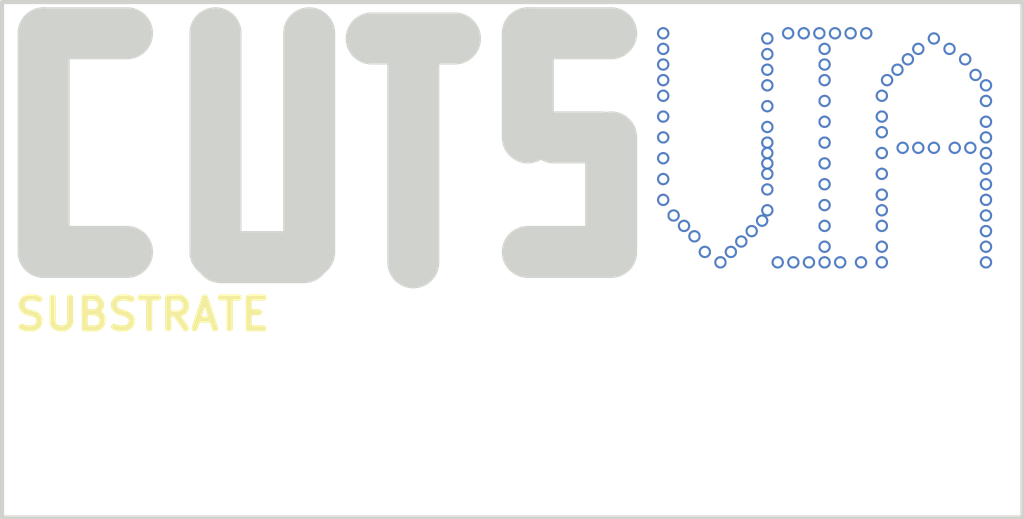
<source format=kicad_pcb>
(kicad_pcb (version 4) (host pcbnew 4.0.7)

  (general
    (links 0)
    (no_connects 0)
    (area 80.925999 42.063999 130.910001 67.410001)
    (thickness 1.6)
    (drawings 32)
    (tracks 89)
    (zones 0)
    (modules 0)
    (nets 1)
  )

  (page A4)
  (layers
    (0 F.Cu signal)
    (31 B.Cu signal)
    (32 B.Adhes user)
    (33 F.Adhes user)
    (34 B.Paste user)
    (35 F.Paste user)
    (36 B.SilkS user)
    (37 F.SilkS user)
    (38 B.Mask user)
    (39 F.Mask user)
    (40 Dwgs.User user)
    (41 Cmts.User user)
    (42 Eco1.User user)
    (43 Eco2.User user)
    (44 Edge.Cuts user)
    (45 Margin user)
    (46 B.CrtYd user)
    (47 F.CrtYd user)
    (48 B.Fab user)
    (49 F.Fab user)
  )

  (setup
    (last_trace_width 0.25)
    (trace_clearance 0.2)
    (zone_clearance 0.508)
    (zone_45_only no)
    (trace_min 0.2)
    (segment_width 0.2)
    (edge_width 0.2)
    (via_size 0.6)
    (via_drill 0.4)
    (via_min_size 0.4)
    (via_min_drill 0.3)
    (uvia_size 0.3)
    (uvia_drill 0.1)
    (uvias_allowed no)
    (uvia_min_size 0.2)
    (uvia_min_drill 0.1)
    (pcb_text_width 0.3)
    (pcb_text_size 1.5 1.5)
    (mod_edge_width 0.15)
    (mod_text_size 1 1)
    (mod_text_width 0.15)
    (pad_size 1.524 1.524)
    (pad_drill 0.762)
    (pad_to_mask_clearance 0.2)
    (aux_axis_origin 0 0)
    (visible_elements FFFFFF7F)
    (pcbplotparams
      (layerselection 0x00030_80000001)
      (usegerberextensions false)
      (excludeedgelayer true)
      (linewidth 0.100000)
      (plotframeref false)
      (viasonmask false)
      (mode 1)
      (useauxorigin false)
      (hpglpennumber 1)
      (hpglpenspeed 20)
      (hpglpendiameter 15)
      (hpglpenoverlay 2)
      (psnegative false)
      (psa4output false)
      (plotreference true)
      (plotvalue true)
      (plotinvisibletext false)
      (padsonsilk false)
      (subtractmaskfromsilk false)
      (outputformat 1)
      (mirror false)
      (drillshape 1)
      (scaleselection 1)
      (outputdirectory ""))
  )

  (net 0 "")

  (net_class Default "This is the default net class."
    (clearance 0.2)
    (trace_width 0.25)
    (via_dia 0.6)
    (via_drill 0.4)
    (uvia_dia 0.3)
    (uvia_drill 0.1)
  )

  (gr_line (start 81.026 42.164) (end 81.026 67.31) (angle 90) (layer Edge.Cuts) (width 0.2))
  (gr_line (start 123.952 49.276) (end 128.778 49.276) (angle 90) (layer Dwgs.User) (width 0.2))
  (gr_line (start 129.032 46.228) (end 129.032 54.864) (angle 90) (layer Dwgs.User) (width 0.2))
  (gr_line (start 126.492 43.688) (end 129.032 46.228) (angle 90) (layer Dwgs.User) (width 0.2))
  (gr_line (start 123.952 46.228) (end 123.952 54.864) (angle 90) (layer Dwgs.User) (width 0.2))
  (gr_line (start 126.492 43.688) (end 123.952 46.228) (angle 90) (layer Dwgs.User) (width 0.2))
  (gr_line (start 118.872 54.864) (end 122.936 54.864) (angle 90) (layer Dwgs.User) (width 0.2))
  (gr_line (start 121.158 54.864) (end 118.872 54.864) (angle 90) (layer Dwgs.User) (width 0.2))
  (gr_line (start 121.158 43.688) (end 121.158 54.864) (angle 90) (layer Dwgs.User) (width 0.2))
  (gr_line (start 123.19 43.688) (end 121.158 43.688) (angle 90) (layer Dwgs.User) (width 0.2))
  (gr_line (start 119.38 43.688) (end 123.19 43.688) (angle 90) (layer Dwgs.User) (width 0.2))
  (gr_line (start 118.364 52.578) (end 118.364 43.688) (angle 90) (layer Dwgs.User) (width 0.2))
  (gr_line (start 116.078 54.864) (end 118.364 52.578) (angle 90) (layer Dwgs.User) (width 0.2))
  (gr_line (start 113.284 52.07) (end 116.078 54.864) (angle 90) (layer Dwgs.User) (width 0.2))
  (gr_line (start 113.284 43.688) (end 113.284 52.07) (angle 90) (layer Dwgs.User) (width 0.2))
  (gr_line (start 91.694 54.61) (end 95.758 54.61) (angle 90) (layer Edge.Cuts) (width 2.54) (tstamp 5A299DA5))
  (gr_line (start 96.012 43.688) (end 96.012 54.356) (angle 90) (layer Edge.Cuts) (width 2.54) (tstamp 5A299DA0))
  (gr_line (start 110.744 48.768) (end 110.744 54.102) (angle 90) (layer Edge.Cuts) (width 2.54))
  (gr_line (start 106.68 48.768) (end 106.68 43.688) (angle 90) (layer Edge.Cuts) (width 2.54))
  (gr_line (start 83.058 43.688) (end 87.122 43.688) (angle 90) (layer Edge.Cuts) (width 2.54) (tstamp 5A299D32))
  (gr_line (start 130.81 42.164) (end 81.026 42.164) (angle 90) (layer Edge.Cuts) (width 0.2))
  (gr_line (start 130.81 67.31) (end 130.81 42.164) (angle 90) (layer Edge.Cuts) (width 0.2))
  (gr_line (start 81.026 67.31) (end 130.81 67.31) (angle 90) (layer Edge.Cuts) (width 0.2))
  (gr_text SUBSTRATE (at 87.884 57.404) (layer F.SilkS)
    (effects (font (size 1.5 1.5) (thickness 0.3)))
  )
  (gr_line (start 107.95 48.768) (end 110.236 48.768) (angle 90) (layer Edge.Cuts) (width 2.54))
  (gr_line (start 106.68 43.688) (end 110.744 43.688) (angle 90) (layer Edge.Cuts) (width 2.54) (tstamp 5A299C2C))
  (gr_line (start 106.68 54.356) (end 110.744 54.356) (angle 90) (layer Edge.Cuts) (width 2.54) (tstamp 5A299C28))
  (gr_line (start 83.058 54.356) (end 87.122 54.356) (angle 90) (layer Edge.Cuts) (width 2.54) (tstamp 5A299C22))
  (gr_line (start 83.058 43.688) (end 83.058 54.356) (angle 90) (layer Edge.Cuts) (width 2.54) (tstamp 5A299C1F))
  (gr_line (start 101.092 44.196) (end 101.092 54.864) (angle 90) (layer Edge.Cuts) (width 2.54) (tstamp 5A299B36))
  (gr_line (start 99.06 43.942) (end 103.124 43.942) (angle 90) (layer Edge.Cuts) (width 2.54))
  (gr_line (start 91.44 43.688) (end 91.44 54.356) (angle 90) (layer Edge.Cuts) (width 2.54))

  (via (at 124.968 49.276) (size 0.6) (drill 0.4) (layers F.Cu B.Cu) (net 0))
  (via (at 125.73 49.276) (size 0.6) (drill 0.4) (layers F.Cu B.Cu) (net 0))
  (via (at 126.492 49.276) (size 0.6) (drill 0.4) (layers F.Cu B.Cu) (net 0))
  (via (at 127.508 49.276) (size 0.6) (drill 0.4) (layers F.Cu B.Cu) (net 0))
  (via (at 128.27 49.276) (size 0.6) (drill 0.4) (layers F.Cu B.Cu) (net 0))
  (via (at 129.032 48.768) (size 0.6) (drill 0.4) (layers F.Cu B.Cu) (net 0))
  (via (at 129.032 49.53) (size 0.6) (drill 0.4) (layers F.Cu B.Cu) (net 0))
  (via (at 129.032 50.292) (size 0.6) (drill 0.4) (layers F.Cu B.Cu) (net 0))
  (via (at 129.032 51.054) (size 0.6) (drill 0.4) (layers F.Cu B.Cu) (net 0))
  (via (at 129.032 51.816) (size 0.6) (drill 0.4) (layers F.Cu B.Cu) (net 0))
  (via (at 129.032 52.578) (size 0.6) (drill 0.4) (layers F.Cu B.Cu) (net 0))
  (via (at 129.032 53.34) (size 0.6) (drill 0.4) (layers F.Cu B.Cu) (net 0))
  (via (at 129.032 54.102) (size 0.6) (drill 0.4) (layers F.Cu B.Cu) (net 0))
  (via (at 129.032 54.864) (size 0.6) (drill 0.4) (layers F.Cu B.Cu) (net 0))
  (via (at 129.032 48.006) (size 0.6) (drill 0.4) (layers F.Cu B.Cu) (net 0))
  (via (at 129.032 46.99) (size 0.6) (drill 0.4) (layers F.Cu B.Cu) (net 0))
  (via (at 129.032 46.228) (size 0.6) (drill 0.4) (layers F.Cu B.Cu) (net 0))
  (via (at 128.524 45.72) (size 0.6) (drill 0.4) (layers F.Cu B.Cu) (net 0))
  (via (at 128.016 44.958) (size 0.6) (drill 0.4) (layers F.Cu B.Cu) (net 0))
  (via (at 127.254 44.45) (size 0.6) (drill 0.4) (layers F.Cu B.Cu) (net 0))
  (via (at 126.492 43.942) (size 0.6) (drill 0.4) (layers F.Cu B.Cu) (net 0))
  (via (at 125.73 44.45) (size 0.6) (drill 0.4) (layers F.Cu B.Cu) (net 0))
  (via (at 125.222 44.958) (size 0.6) (drill 0.4) (layers F.Cu B.Cu) (net 0))
  (via (at 124.714 45.466) (size 0.6) (drill 0.4) (layers F.Cu B.Cu) (net 0))
  (via (at 124.206 45.974) (size 0.6) (drill 0.4) (layers F.Cu B.Cu) (net 0))
  (via (at 123.952 46.736) (size 0.6) (drill 0.4) (layers F.Cu B.Cu) (net 0))
  (via (at 123.952 47.752) (size 0.6) (drill 0.4) (layers F.Cu B.Cu) (net 0))
  (via (at 123.952 48.514) (size 0.6) (drill 0.4) (layers F.Cu B.Cu) (net 0))
  (via (at 123.952 49.53) (size 0.6) (drill 0.4) (layers F.Cu B.Cu) (net 0))
  (via (at 123.952 50.546) (size 0.6) (drill 0.4) (layers F.Cu B.Cu) (net 0))
  (via (at 123.952 51.562) (size 0.6) (drill 0.4) (layers F.Cu B.Cu) (net 0))
  (via (at 123.952 52.324) (size 0.6) (drill 0.4) (layers F.Cu B.Cu) (net 0))
  (via (at 123.952 53.086) (size 0.6) (drill 0.4) (layers F.Cu B.Cu) (net 0))
  (via (at 123.952 54.102) (size 0.6) (drill 0.4) (layers F.Cu B.Cu) (net 0))
  (via (at 123.952 54.864) (size 0.6) (drill 0.4) (layers F.Cu B.Cu) (net 0))
  (via (at 121.158 54.102) (size 0.6) (drill 0.4) (layers F.Cu B.Cu) (net 0))
  (via (at 121.158 53.086) (size 0.6) (drill 0.4) (layers F.Cu B.Cu) (net 0))
  (via (at 121.158 52.07) (size 0.6) (drill 0.4) (layers F.Cu B.Cu) (net 0))
  (via (at 121.158 51.054) (size 0.6) (drill 0.4) (layers F.Cu B.Cu) (net 0))
  (via (at 121.158 50.038) (size 0.6) (drill 0.4) (layers F.Cu B.Cu) (net 0))
  (via (at 121.158 49.022) (size 0.6) (drill 0.4) (layers F.Cu B.Cu) (net 0))
  (via (at 121.158 48.006) (size 0.6) (drill 0.4) (layers F.Cu B.Cu) (net 0))
  (via (at 121.158 46.99) (size 0.6) (drill 0.4) (layers F.Cu B.Cu) (net 0))
  (via (at 121.158 45.974) (size 0.6) (drill 0.4) (layers F.Cu B.Cu) (net 0))
  (via (at 121.158 45.212) (size 0.6) (drill 0.4) (layers F.Cu B.Cu) (net 0))
  (via (at 122.936 54.864) (size 0.6) (drill 0.4) (layers F.Cu B.Cu) (net 0))
  (via (at 121.92 54.864) (size 0.6) (drill 0.4) (layers F.Cu B.Cu) (net 0))
  (via (at 121.158 54.864) (size 0.6) (drill 0.4) (layers F.Cu B.Cu) (net 0))
  (via (at 120.396 54.864) (size 0.6) (drill 0.4) (layers F.Cu B.Cu) (net 0))
  (via (at 119.634 54.864) (size 0.6) (drill 0.4) (layers F.Cu B.Cu) (net 0))
  (via (at 118.872 54.864) (size 0.6) (drill 0.4) (layers F.Cu B.Cu) (net 0))
  (via (at 121.158 44.45) (size 0.6) (drill 0.4) (layers F.Cu B.Cu) (net 0))
  (via (at 123.19 43.688) (size 0.6) (drill 0.4) (layers F.Cu B.Cu) (net 0))
  (via (at 122.428 43.688) (size 0.6) (drill 0.4) (layers F.Cu B.Cu) (net 0))
  (via (at 121.666 43.688) (size 0.6) (drill 0.4) (layers F.Cu B.Cu) (net 0))
  (via (at 120.904 43.688) (size 0.6) (drill 0.4) (layers F.Cu B.Cu) (net 0))
  (via (at 120.142 43.688) (size 0.6) (drill 0.4) (layers F.Cu B.Cu) (net 0))
  (via (at 119.38 43.688) (size 0.6) (drill 0.4) (layers F.Cu B.Cu) (net 0))
  (via (at 118.364 43.942) (size 0.6) (drill 0.4) (layers F.Cu B.Cu) (net 0))
  (via (at 118.364 44.704) (size 0.6) (drill 0.4) (layers F.Cu B.Cu) (net 0))
  (via (at 118.364 45.466) (size 0.6) (drill 0.4) (layers F.Cu B.Cu) (net 0))
  (via (at 118.364 46.228) (size 0.6) (drill 0.4) (layers F.Cu B.Cu) (net 0))
  (via (at 118.364 47.244) (size 0.6) (drill 0.4) (layers F.Cu B.Cu) (net 0))
  (via (at 118.364 48.26) (size 0.6) (drill 0.4) (layers F.Cu B.Cu) (net 0))
  (via (at 118.364 49.022) (size 0.6) (drill 0.4) (layers F.Cu B.Cu) (net 0))
  (via (at 118.364 49.53) (size 0.6) (drill 0.4) (layers F.Cu B.Cu) (net 0))
  (via (at 118.364 50.038) (size 0.6) (drill 0.4) (layers F.Cu B.Cu) (net 0))
  (via (at 118.364 50.546) (size 0.6) (drill 0.4) (layers F.Cu B.Cu) (net 0))
  (via (at 118.364 51.308) (size 0.6) (drill 0.4) (layers F.Cu B.Cu) (net 0))
  (via (at 118.364 52.324) (size 0.6) (drill 0.4) (layers F.Cu B.Cu) (net 0))
  (via (at 118.11 52.832) (size 0.6) (drill 0.4) (layers F.Cu B.Cu) (net 0))
  (via (at 117.602 53.34) (size 0.6) (drill 0.4) (layers F.Cu B.Cu) (net 0))
  (via (at 117.094 53.848) (size 0.6) (drill 0.4) (layers F.Cu B.Cu) (net 0))
  (via (at 116.586 54.356) (size 0.6) (drill 0.4) (layers F.Cu B.Cu) (net 0))
  (via (at 114.3 53.086) (size 0.6) (drill 0.4) (layers F.Cu B.Cu) (net 0))
  (via (at 114.808 53.594) (size 0.6) (drill 0.4) (layers F.Cu B.Cu) (net 0))
  (via (at 115.316 54.356) (size 0.6) (drill 0.4) (layers F.Cu B.Cu) (net 0))
  (via (at 116.078 54.864) (size 0.6) (drill 0.4) (layers F.Cu B.Cu) (net 0))
  (via (at 113.792 52.578) (size 0.6) (drill 0.4) (layers F.Cu B.Cu) (net 0))
  (via (at 113.284 51.816) (size 0.6) (drill 0.4) (layers F.Cu B.Cu) (net 0))
  (via (at 113.284 50.8) (size 0.6) (drill 0.4) (layers F.Cu B.Cu) (net 0))
  (via (at 113.284 49.784) (size 0.6) (drill 0.4) (layers F.Cu B.Cu) (net 0))
  (via (at 113.284 48.768) (size 0.6) (drill 0.4) (layers F.Cu B.Cu) (net 0))
  (via (at 113.284 47.752) (size 0.6) (drill 0.4) (layers F.Cu B.Cu) (net 0))
  (via (at 113.284 46.736) (size 0.6) (drill 0.4) (layers F.Cu B.Cu) (net 0))
  (via (at 113.284 45.974) (size 0.6) (drill 0.4) (layers F.Cu B.Cu) (net 0))
  (via (at 113.284 45.212) (size 0.6) (drill 0.4) (layers F.Cu B.Cu) (net 0))
  (via (at 113.284 44.45) (size 0.6) (drill 0.4) (layers F.Cu B.Cu) (net 0))
  (via (at 113.284 43.688) (size 0.6) (drill 0.4) (layers F.Cu B.Cu) (net 0))

)

</source>
